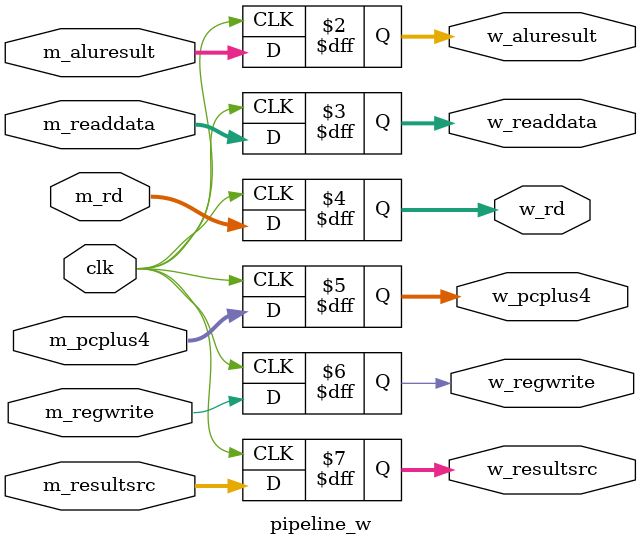
<source format=sv>
module pipeline_w #(
    parameter DATA_WIDTH = 32,
    parameter ADDRESS_WIDTH = 32
)(
    input logic clk,       //Clock Signal
    input logic [DATA_WIDTH-1:0] m_aluresult,   //memory stage ALU Result
    input logic [DATA_WIDTH-1:0] m_readdata,   //memory write read data output
    input logic [4:0] m_rd,       //m_stage write/destination register address
    input logic [ADDRESS_WIDTH-1:0] m_pcplus4,  
    input logic m_regwrite,
    input logic [1:0] m_resultsrc,

    output logic [DATA_WIDTH-1:0] w_aluresult,   
    output logic [DATA_WIDTH-1:0] w_readdata,   
    output logic [4:0] w_rd,       
    output logic [ADDRESS_WIDTH-1:0] w_pcplus4,  
    output logic w_regwrite,
    output logic [1:0] w_resultsrc

);

always_ff @ (posedge clk) begin
    w_aluresult <= m_aluresult;
    w_readdata  <= m_readdata;
    w_rd        <= m_rd;
    w_pcplus4   <= m_pcplus4;
    w_regwrite  <= m_regwrite;
    w_resultsrc <= m_resultsrc;
    w_readdata  <= m_readdata;
end

endmodule

</source>
